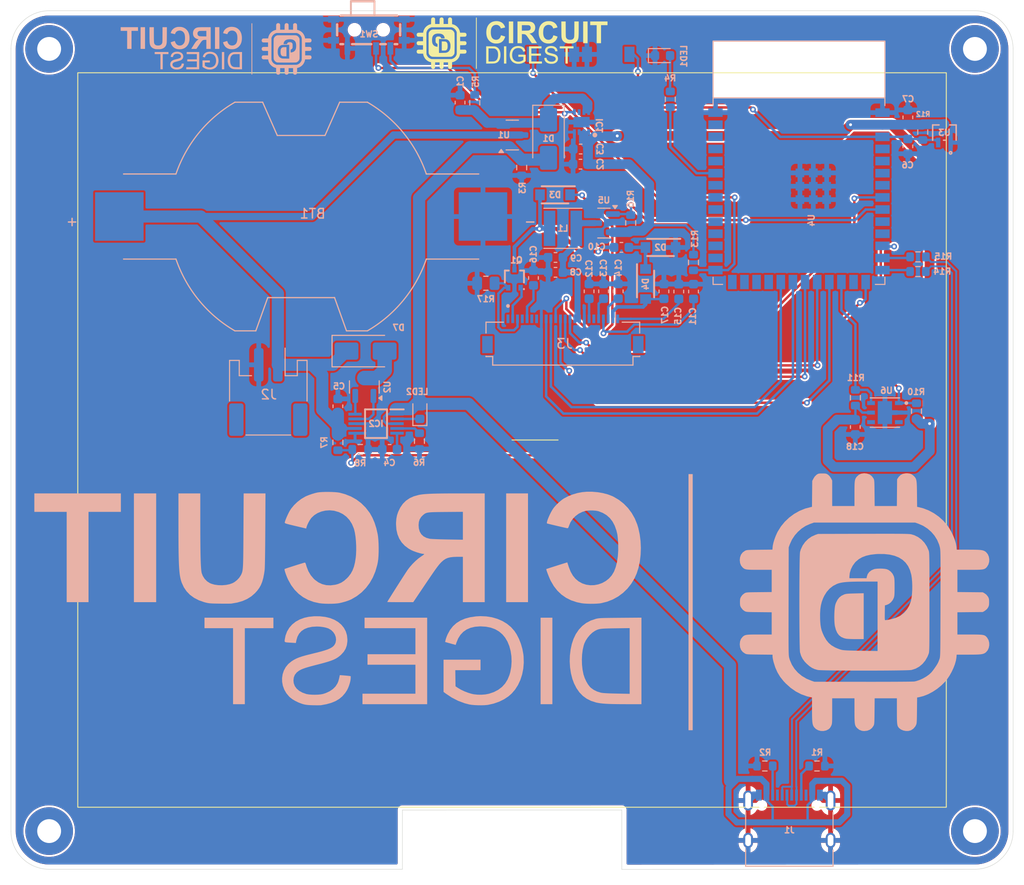
<source format=kicad_pcb>
(kicad_pcb (version 20241229) (generator "pcbnew") (generator_version "9.0")
  (layers (0 "F.Cu" signal) (2 "B.Cu" signal) (13 "F.Paste" user) (15 "B.Paste" user) (5 "F.SilkS" user "F.Silkscreen") (7 "B.SilkS" user "B.Silkscreen") (1 "F.Mask" user) (3 "B.Mask" user) (25 "Edge.Cuts" user))
  (net 0 "")
  (net 1 "GND")
  (net 2 "/EN")
  (net 3 "/IO0")
  (net 4 "+BATT")
  (net 5 "VCC")
  (net 6 "+3V3")
  (net 7 "Net-(IC2-CT)")
  (net 8 "Net-(U5-D)")
  (net 9 "Net-(D3-A)")
  (net 10 "Net-(D2-A)")
  (net 11 "Net-(D3-K)")
  (net 12 "Net-(C12-Pad2)")
  (net 13 "Net-(C13-Pad2)")
  (net 14 "Net-(C14-Pad2)")
  (net 15 "Net-(C15-Pad2)")
  (net 16 "Net-(C16-Pad2)")
  (net 17 "Net-(D4-A)")
  (net 18 "VBUS")
  (net 19 "LDO_EN")
  (net 21 "Net-(IC2-~{CHG})")
  (net 22 "Net-(IC2-CS)")
  (net 23 "Net-(IC2-DRV)")
  (net 24 "Net-(IC2-ISET)")
  (net 25 "/IO8{slash}SDA")
  (net 26 "/IO9{slash}SCL")
  (net 27 "/USB_D+")
  (net 29 "/USB_D-")
  (net 31 "Net-(J1-CC2)")
  (net 32 "Net-(J1-CC1)")
  (net 33 "/RST")
  (net 37 "Net-(Q1-G)")
  (net 38 "/BUSY")
  (net 39 "Net-(Q1-S)")
  (net 42 "/MOSI")
  (net 43 "/CS")
  (net 44 "/DC")
  (net 45 "/SCK")
  (net 46 "Net-(LED1-A)")
  (net 47 "Net-(SW1-C)")
  (net 48 "/IO3")
  (net 49 "/IO7")
  (net 50 "Net-(U4-GPIO20{slash}U1CTS{slash}ADC2_CH9{slash}CLK_OUT1{slash}USB_D+)")
  (net 51 "Net-(U4-GPIO19{slash}U1RTS{slash}ADC2_CH8{slash}CLK_OUT2{slash}USB_D-)")
  (net 52 "/DSP_ON")
  (net 60 "Net-(U4-MTMS{slash}GPIO42)")
  (net 75 "Net-(D7-A)")
  (footprint "F34G_1A7Q1_E8C24:AMPHENOL_F34G-1A7Q1-E8C24" (layer "F.Cu") (at 52.5 45)
    (property "Reference" "J3")
    (property "Value" "F34G-1A7Q1-E8C24")
  )
  (footprint "MountingHole:MountingHole_2.5mm_Pad" (layer "F.Cu") (at 4 86)
    (property "Reference" "H4" (hide yes))
    (property "Value" "MountingHole")
  )
  (footprint "MountingHole:MountingHole_2.5mm_Pad" (layer "F.Cu") (at 4 4)
    (property "Reference" "H1" (hide yes))
    (property "Value" "MountingHole")
  )
  (footprint "LOGO" (layer "F.Cu") (at 52.5 3.401)
    (property "Reference" "G***" (hide yes))
    (property "Value" "LOGO" (hide yes))
  )
  (footprint "MountingHole:MountingHole_2.5mm_Pad" (layer "F.Cu") (at 101 4)
    (property "Reference" "H2" (hide yes))
    (property "Value" "MountingHole")
  )
  (footprint "MountingHole:MountingHole_2.5mm_Pad" (layer "F.Cu") (at 101 86)
    (property "Reference" "H3" (hide yes))
    (property "Value" "MountingHole")
  )
  (footprint "Capacitor_SMD:C_0603_1608Metric" (layer "B.Cu") (at 59.690001 14.498499 180)
    (property "Reference" "C3")
    (property "Value" "1uF")
  )
  (footprint "Capacitor_SMD:C_0603_1608Metric" (layer "B.Cu") (at 57.054 27.423 180)
    (property "Reference" "C8")
    (property "Value" "4.7uF/25V")
  )
  (footprint "LOGO" (layer "B.Cu") (at 52.5 62 180)
    (property "Reference" "G***" (hide yes))
    (property "Value" "LOGO" (hide yes))
  )
  (footprint "Resistor_SMD:R_0603_1608Metric" (layer "B.Cu") (at 84.452 79.174 180)
    (property "Reference" "R1")
    (property "Value" "5K1")
  )
  (footprint "MAX1898EUB42:SOP50P490X110-10N" (layer "B.Cu") (at 38.25 43.29 180)
    (property "Reference" "IC2")
    (property "Value" "MAX1898EUB42+T" (hide yes))
  )
  (footprint "Capacitor_SMD:C_0603_1608Metric" (layer "B.Cu") (at 57.054 25.865 180)
    (property "Reference" "C9")
    (property "Value" "0.1uF")
  )
  (footprint "Diode_SMD:D_SMA" (layer "B.Cu") (at 56.32 13.4195 -90)
    (property "Reference" "D1")
    (property "Value" "SS14")
  )
  (footprint "Resistor_SMD:R_0603_1608Metric" (layer "B.Cu") (at 53.511 16.439 -90)
    (property "Reference" "R3")
    (property "Value" "100K")
  )
  (footprint "Capacitor_SMD:C_0603_1608Metric" (layer "B.Cu") (at 93.971849 11.176 90)
    (property "Reference" "C7")
    (property "Value" "0.1uF")
  )
  (footprint "Resistor_SMD:R_0603_1608Metric" (layer "B.Cu") (at 64.933 22.245 -90)
    (property "Reference" "R16")
    (property "Value" "47K")
  )
  (footprint "LOGO" (layer "B.Cu") (at 21.5 4 180)
    (property "Reference" "G***" (hide yes))
    (property "Value" "LOGO" (hide yes))
  )
  (footprint "3x4x2:Tactile 3x4x2mm TS-A010" (layer "B.Cu") (at 62.574 4.57 180)
    (property "Reference" "BOOT1" (hide yes))
    (property "Value" "RESET")
  )
  (footprint "Resistor_SMD:R_0603_1608Metric" (layer "B.Cu") (at 95.033848 25.803 180)
    (property "Reference" "R15")
    (property "Value" "33R")
  )
  (footprint "Capacitor_SMD:C_0603_1608Metric" (layer "B.Cu") (at 34.252 41.4635 90)
    (property "Reference" "C5")
    (property "Value" "10uF")
  )
  (footprint "Capacitor_SMD:C_0603_1608Metric" (layer "B.Cu") (at 47.053 9.626 90)
    (property "Reference" "C1")
    (property "Value" "10uF")
  )
  (footprint "Connector_USB:USB_C_Receptacle_XKB_U262-16XN-4BVC11" (layer "B.Cu") (at 81.554 85.899 180)
    (property "Reference" "J1")
    (property "Value" "USB_C_Receptacle_USB2.0")
  )
  (footprint "Package_TO_SOT_SMD:SOT-23" (layer "B.Cu") (at 37.0255 39.444 90)
    (property "Reference" "U2")
    (property "Value" "AO3401A")
  )
  (footprint "3x4x2:Tactile 3x4x2mm TS-A010" (layer "B.Cu") (at 56.783 4.572)
    (property "Reference" "BOOT2" (hide yes))
    (property "Value" "UBOOT")
  )
  (footprint "Capacitor_SMD:C_0603_1608Metric" (layer "B.Cu") (at 93.971848 14.215 -90)
    (property "Reference" "C6")
    (property "Value" "0.1uF")
  )
  (footprint "Connector_JST:JST_PH_S2B-PH-SM4-TB_1x02-1MP_P2.00mm_Horizontal" (layer "B.Cu") (at 26.962 39.967 180)
    (property "Reference" "J2")
    (property "Value" "B2B-PH-SM4-TB(LF)(SN)")
  )
  (footprint "Resistor_SMD:R_0603_1608Metric" (layer "B.Cu") (at 36.592 45.993)
    (property "Reference" "R8")
    (property "Value" "100K")
  )
  (footprint "Package_TO_SOT_SMD:SOT-23" (layer "B.Cu") (at 62.1275 22.262 180)
    (property "Reference" "U5")
    (property "Value" "AO3401A")
  )
  (footprint "Package_TO_SOT_SMD:SOT-23" (layer "B.Cu") (at 52.526501 13.028499)
    (property "Reference" "U1")
    (property "Value" "AO3401A")
  )
  (footprint "Capacitor_SMD:C_0603_1608Metric" (layer "B.Cu") (at 88.467 43.64 -90)
    (property "Reference" "C18")
    (property "Value" "0.1uF")
  )
  (footprint "Espressif:ESP32-S3-WROOM-1" (layer "B.Cu") (at 82.565 18.938 180)
    (property "Reference" "U4")
    (property "Value" "ESP32-S3-WROOM-1")
  )
  (footprint "Capacitor_SMD:C_0603_1608Metric" (layer "B.Cu") (at 68.414 29.421 90)
    (property "Reference" "C17")
    (property "Value" "4.7uF/25V")
  )
  (footprint "Capacitor_SMD:C_0603_1608Metric" (layer "B.Cu") (at 63.623 29.408 -90)
    (property "Reference" "C14")
    (property "Value" "4.7uF/25V")
  )
  (footprint "Capacitor_SMD:C_0603_1608Metric" (layer "B.Cu") (at 69.97 29.437 -90)
    (property "Reference" "C15")
    (property "Value" "4.7uF/25V")
  )
  (footprint "Inductor_SMD:L_Taiyo-Yuden_MD-4040" (layer "B.Cu") (at 57.83 22.81 180)
    (property "Reference" "L1")
    (property "Value" "10uH")
  )
  (footprint "SMD_Slide_switch:slide switch spdt" (layer "B.Cu") (at 37.5 2.425)
    (property "Reference" "SW1")
    (property "Value" "SLW-66527511-SMT-TR" (hide yes))
  )
  (footprint "Resistor_SMD:R_0603_1608Metric" (layer "B.Cu") (at 34.253 45.247 -90)
    (property "Reference" "R7")
    (property "Value" "100K")
  )
  (footprint "Capacitor_SMD:C_0603_1608Metric" (layer "B.Cu") (at 62.092 29.412 -90)
    (property "Reference" "C13")
    (property "Value" "4.7uF/25V")
  )
  (footprint "SS2040FL_R1_00001:SODFL3618X110N" (layer "B.Cu") (at 66.489 28.647 -90)
    (property "Reference" "D4")
    (property "Value" "SS2040FL" (hide yes))
  )
  (footprint "Resistor_SMD:R_0805_2012Metric" (layer "B.Cu") (at 49.757 28.569)
    (property "Reference" "R17")
    (property "Value" "0.47R")
  )
  (footprint "Capacitor_SMD:C_0603_1608Metric" (layer "B.Cu") (at 54.745 28.011 -90)
    (property "Reference" "C16")
    (property "Value" "4.7uF/25V")
  )
  (footprint "Resistor_SMD:R_0603_1608Metric" (layer "B.Cu") (at 78.989 79.174)
    (property "Reference" "R2")
    (property "Value" "5K1")
  )
  (footprint "Resistor_SMD:R_0603_1608Metric" (layer "B.Cu") (at 95.027849 27.341 180)
    (property "Reference" "R14")
    (property "Value" "33R")
  )
  (footprint "Resistor_SMD:R_0603_1608Metric" (layer "B.Cu") (at 71.512 26.387 -90)
    (property "Reference" "R13")
    (property "Value" "10K")
  )
  (footprint "Capacitor_SMD:C_0603_1608Metric" (layer "B.Cu") (at 60.574 29.415 -90)
    (property "Reference" "C12")
    (property "Value" "1uF/25V")
  )
  (footprint "LED_SMD:LED_0603_1608Metric" (layer "B.Cu") (at 42.844 42.002 90)
    (property "Reference" "LED2")
    (property "Value" "LED Blue")
  )
  (footprint "BU2450SM_JJ_GTR:BAT_BU2450SM-JJ-G" (layer "B.Cu") (at 30.404 21.573 180)
    (property "Reference" "BT1")
    (property "Value" "BU2450SM-JJ-G")
  )
  (footprint "Resistor_SMD:R_0603_1608Metric" (layer "B.Cu") (at 95.531848 12.72 -90)
    (property "Reference" "R12")
    (property "Value" "10K")
  )
  (footprint "Diode_SMD:D_SMA" (layer "B.Cu") (at 37.1525 35.68)
    (property "Reference" "D7")
    (property "Value" "SS14")
  )
  (footprint "Capacitor_SMD:C_0603_1608Metric" (layer "B.Cu") (at 59.671001 16.086499 180)
    (property "Reference" "C2")
    (property "Value" "10uF")
  )
  (footprint "Resistor_SMD:R_0603_1608Metric" (layer "B.Cu") (at 94.877 41.978 -90)
    (property "Reference" "R10")
    (property "Value" "10K")
  )
  (footprint "Resistor_SMD:R_0603_1608Metric" (layer "B.Cu") (at 42.799 45.116 -90)
    (property "Reference" "R6")
    (property "Value" "2.7K")
  )
  (footprint "SS2040FL_R1_00001:SODFL3618X110N" (layer "B.Cu") (at 68.058 24.813 180)
    (property "Reference" "D2")
    (property "Value" "SS2040FL" (hide yes))
  )
  (footprint "Capacitor_SMD:C_0603_1608Metric" (layer "B.Cu") (at 63.963 24.805)
    (property "Reference" "C10")
    (property "Value" "4.7uF/25V")
  )
  (footprint "Resistor_SMD:R_0603_1608Metric" (layer "B.Cu") (at 48.595 9.643 90)
    (property "Reference" "R5")
    (property "Value" "100K")
  )
  (footprint "HPP845E031R4:SON100P300X300X90-7N" (layer "B.Cu") (at 91.568 42.126 180)
    (property "Reference" "U6")
    (property "Value" "HPP845E031R4")
  )
  (footprint "Resistor_SMD:R_0603_1608Metric" (layer "B.Cu") (at 88.476 40.569 90)
    (property "Reference" "R11")
    (property "Value" "10K")
  )
  (footprint "RTF025N03TL:RTF025N03TL" (layer "B.Cu") (at 52.751 28.087 180)
    (property "Reference" "Q1")
    (property "Value" "RTF025N03TL" (hide yes))
  )
  (footprint "Capacitor_SMD:C_0603_1608Metric" (layer "B.Cu") (at 71.516 29.436 90)
    (property "Reference" "C11")
    (property "Value" "4.7uF/25V")
  )
  (footprint "ADM803SAKSZ:KS_3_ADI" (layer "B.Cu") (at 97.800849 12.772 180)
    (property "Reference" "U3")
    (property "Value" "ADM803SAKSZ")
  )
  (footprint "LED_SMD:LED_0603_1608Metric" (layer "B.Cu") (at 68.272 4.7)
    (property "Reference" "LED1")
    (property "Value" "LED Red")
  )
  (footprint "SS2040FL_R1_00001:SODFL3618X110N" (layer "B.Cu") (at 57.005 19.298 180)
    (property "Reference" "D3")
    (property "Value" "SS2040FL" (hide yes))
  )
  (footprint "Resistor_SMD:R_0603_1608Metric" (layer "B.Cu") (at 69.082 9.287 90)
    (property "Reference" "R4")
    (property "Value" "1K")
  )
  (footprint "Capacitor_SMD:C_0603_1608Metric" (layer "B.Cu") (at 39.674 45.987 180)
    (property "Reference" "C4")
    (property "Value" "100nF")
  )
  (footprint "ADP124ACPZ-3.3-R7:SON50P200X200X65-9N-D" (layer "B.Cu") (at 59.781001 11.675499 90)
    (property "Reference" "IC1")
    (property "Value" "ADP124ACPZ-3.3-R7" (hide yes))
  )
  (gr_arc (start 4 90) (mid 1.172633 88.829486) (end 0.000001 86.002996) (stroke (width 0.05)) (layer "Edge.Cuts"))
  (gr_line (start 0 4) (end 0.000001 86.002996) (stroke (width 0.05)) (layer "Edge.Cuts"))
  (gr_line (start 101.002996 90) (end 64.003 90.017) (stroke (width 0.05)) (layer "Edge.Cuts"))
  (gr_line (start 64.003 90.017) (end 64.004 83.792) (stroke (width 0.05)) (layer "Edge.Cuts"))
  (gr_line (start 64.004 83.792) (end 41.016 83.795) (stroke (width 0.05)) (layer "Edge.Cuts"))
  (gr_arc (start 0 4) (mid 1.170514 1.172633) (end 3.997004 0.000001) (stroke (width 0.05)) (layer "Edge.Cuts"))
  (gr_line (start 41.016 83.795) (end 41.016 90) (stroke (width 0.05)) (layer "Edge.Cuts"))
  (gr_arc (start 105 86.000001) (mid 103.829486 88.827368) (end 101.002996 90) (stroke (width 0.05)) (layer "Edge.Cuts"))
  (gr_line (start 101 0) (end 3.997004 0.000001) (stroke (width 0.05)) (layer "Edge.Cuts"))
  (gr_line (start 105 86.000001) (end 104.999999 3.997005) (stroke (width 0.05)) (layer "Edge.Cuts"))
  (gr_line (start 4 90) (end 41.016 90) (stroke (width 0.05)) (layer "Edge.Cuts"))
  (gr_arc (start 101 0) (mid 103.827368 1.170514) (end 104.999999 3.997005) (stroke (width 0.05)) (layer "Edge.Cuts"))
  (segment (start 85.309 82.229) (end 85.874 82.794) (width 0.7) (layer "B.Cu") (net 1))
  (segment (start 78.204 82.229) (end 77.799 82.229) (width 0.762) (layer "B.Cu") (net 1))
  (segment (start 84.904 82.229) (end 85.309 82.229) (width 0.7) (layer "B.Cu") (net 1))
  (segment (start 77.799 82.229) (end 77.234 82.794) (width 0.762) (layer "B.Cu") (net 1))
  (segment (start 77.7415 10.3505) (end 77.529 10.138) (width 0.254) (layer "F.Cu") (net 2))
  (segment (start 66.895 10.138) (end 65.697 8.94) (width 0.254) (layer "F.Cu") (net 2))
  (segment (start 65.697 8.94) (end 65.697 6.368) (width 0.254) (layer "F.Cu") (net 2))
  (segment (start 77.529 10.138) (end 66.895 10.138) (width 0.254) (layer "F.Cu") (net 2))
  (via (at 65.697 6.368) (size 0.6) (drill 0.3) (layers "F.Cu" "B.Cu") (net 2))
  (via (at 77.7415 10.3505) (size 0.6) (drill 0.3) (layers "F.Cu" "B.Cu") (net 2))
  (segment (start 65.557 4.885) (end 65.697 5.025) (width 0.254) (layer "B.Cu") (net 2))
  (segment (start 80.609 13.218) (end 91.315 13.218) (width 0.254) (layer "B.Cu") (net 2))
  (segment (start 77.7415 10.3505) (end 80.609 13.218) (width 0.254) (layer "B.Cu") (net 2))
  (segment (start 96.88005 13.545) (end 97.15085 13.8158) (width 0.254) (layer "B.Cu") (net 2))
  (segment (start 93.749848 13.218) (end 93.971848 13.44) (width 0.254) (layer "B.Cu") (net 2))
  (segment (start 95.426848 13.44) (end 95.531848 13.545) (width 0.254) (layer "B.Cu") (net 2))
  (segment (start 64.799001 4.57) (end 65.242 4.57) (width 0.254) (layer "B.Cu") (net 2))
  (segment (start 65.697 5.025) (end 65.697 6.368) (width 0.254) (layer "B.Cu") (net 2))
  (segment (start 95.531848 13.545) (end 96.88005 13.545) (width 0.254) (layer "B.Cu") (net 2))
  (segment (start 91.315 13.218) (end 93.749848 13.218) (width 0.254) (layer "B.Cu") (net 2))
  (segment (start 65.242 4.57) (end 65.557 4.885) (width 0.254) (layer "B.Cu") (net 2))
  (segment (start 93.971848 13.44) (end 95.426848 13.44) (width 0.254) (layer "B.Cu") (net 2))
  (segment (start 67.72 19.562) (end 54.705 6.547) (width 0.254) (layer "F.Cu") (net 3))
  (segment (start 75.832 19.562) (end 67.72 19.562) (width 0.254) (layer "F.Cu") (net 3))
  (via (at 75.832 19.562) (size 0.6) (drill 0.3) (layers "F.Cu" "B.Cu") (net 3))
  (via (at 54.705 6.547) (size 0.6) (drill 0.3) (layers "F.Cu" "B.Cu") (net 3))
  (segment (start 54.705 4.719001) (end 54.557999 4.572) (width 0.254) (layer "B.Cu") (net 3))
  (segment (start 73.815 27.188) (end 71.536 27.188) (width 0.254) (layer "B.Cu") (net 3))
  (segment (start 75.795 19.599) (end 75.832 19.562) (width 0.254) (layer "B.Cu") (net 3))
  (segment (start 54.705 6.547) (end 54.705 4.719001) (width 0.254) (layer "B.Cu") (net 3))
  (segment (start 75.795 26.522) (end 75.795 19.599) (width 0.254) (layer "B.Cu") (net 3))
  (segment (start 73.815 27.188) (end 75.129 27.188) (width 0.254) (layer "B.Cu") (net 3))
  (segment (start 71.536 27.188) (end 71.512 27.212) (width 0.254) (layer "B.Cu") (net 3))
  (segment (start 75.129 27.188) (end 75.795 26.522) (width 0.254) (layer "B.Cu") (net 3))
  (segment (start 19.881 21.573) (end 18.62 21.573) (width 1.27) (layer "B.Cu") (net 4))
  (segment (start 34.253 43.174) (end 34.252 43.173) (width 1.27) (layer "B.Cu") (net 4))
  (segment (start 33.7155 37.117) (end 35.1525 35.68) (width 1.27) (layer "B.Cu") (net 4))
  (segment (start 40.088501 13.028499) (end 31.544 21.573) (width 0.762) (layer "B.Cu") (net 4))
  (segment (start 31.537 37.117) (end 32.62 38.2) (width 1.27) (layer "B.Cu") (net 4))
  (segment (start 34.252 43.173) (end 34.252 42.2385) (width 1.27) (layer "B.Cu") (net 4))
  (segment (start 27.962 37.117) (end 31.537 37.117) (width 1.27) (layer "B.Cu") (net 4))
  (segment (start 18.62 21.573) (end 11.354 21.573) (width 1.27) (layer "B.Cu") (net 4))
  (segment (start 27.962 29.654) (end 19.881 21.573) (width 1.27) (layer "B.Cu") (net 4))
  (segment (start 31.544 21.573) (end 18.62 21.573) (width 0.762) (layer "B.Cu") (net 4))
  (segment (start 32.62 38.2) (end 32.62 41.82) (width 1.27) (layer "B.Cu") (net 4))
  (segment (start 33.974 43.174) (end 34.253 43.174) (width 1.27) (layer "B.Cu") (net 4))
  (segment (start 32.62 41.82) (end 33.974 43.174) (width 1.27) (layer "B.Cu") (net 4))
  (segment (start 34.253 43.174) (end 34.253 44.422) (width 1.27) (layer "B.Cu") (net 4))
  (segment (start 27.962 37.117) (end 33.7155 37.117) (width 1.27) (layer "B.Cu") (net 4))
  (segment (start 27.962 37.117) (end 27.962 29.654) (width 1.27) (layer "B.Cu") (net 4))
  (segment (start 53.464002 13.028499) (end 40.088501 13.028499) (width 0.762) (layer "B.Cu") (net 4))
  (segment (start 49.882 11.755) (end 48.595 10.468) (width 1.016) (layer "B.Cu") (net 5))
  (segment (start 50.986 11.755) (end 55.984499 11.755) (width 1.016) (layer "B.Cu") (net 5))
  (segment (start 60.275 10.625499) (end 60.531001 10.625499) (width 0.254) (layer "B.Cu") (net 5))
  (segment (start 56.32 11.419499) (end 56.32 9.812) (width 1.016) (layer "B.Cu") (net 5))
  (segment (start 56.935 9.197) (end 59.869 9.197) (width 1.016) (layer "B.Cu") (net 5))
  (segment (start 48.528 10.401) (end 48.595 10.468) (width 1.016) (layer "B.Cu") (net 5))
  (segment (start 55.984499 11.755) (end 56.32 11.419499) (width 1.016) (layer "B.Cu") (net 5))
  (segment (start 56.32 9.812) (end 56.935 9.197) (width 1.016) (layer "B.Cu") (net 5))
  (segment (start 60.407 9.735) (end 60.407 10.252) (width 1.016) (layer "B.Cu") (net 5))
  (segment (start 50.986 11.755) (end 49.882 11.755) (width 1.016) (layer "B.Cu") (net 5))
  (segment (start 47.053 10.401) (end 48.528 10.401) (width 1.016) (layer "B.Cu") (net 5))
  (segment (start 60.031001 10.625499) (end 60.275 10.625499) (width 0.254) (layer "B.Cu") (net 5))
  (segment (start 59.869 9.197) (end 60.407 9.735) (width 1.016) (layer "B.Cu") (net 5))
  (segment (start 50.986 11.755) (end 51.265502 11.755) (width 0.254) (layer "B.Cu") (net 5))
  (segment (start 51.265502 11.755) (end 51.589001 12.078499) (width 0.254) (layer "B.Cu") (net 5))
  (segment (start 96.248 43.282) (end 96.248 15.928) (width 1.016) (layer "F.Cu") (net 6))
  (segment (start 96.248 15.928) (end 92.268 11.948) (width 1.016) (layer "F.Cu") (net 6))
  (segment (start 87.968 11.948) (end 87.968 11.98) (width 1.016) (layer "F.Cu") (net 6))
  (segment (start 92.268 11.948) (end 87.968 11.948) (width 1.016) (layer "F.Cu") (net 6))
  (segment (start 87.968 11.98) (end 86.826 13.122) (width 1.016) (layer "F.Cu") (net 6))
  (segment (start 86.826 13.122) (end 63.523 13.122) (width 1.016) (layer "F.Cu") (net 6))
  (via (at 63.523 13.122) (size 0.6) (drill 0.3) (layers "F.Cu" "B.Cu") (net 6))
  (via (at 96.248 43.282) (size 0.6) (drill 0.3) (layers "F.Cu" "B.Cu") (net 6))
  (via (at 87.968 11.948) (size 0.6) (drill 0.3) (layers "F.Cu" "B.Cu") (net 6))
  (segment (start 60.465001 14.099001) (end 60.172 13.806) (width 1.016) (layer "B.Cu") (net 6))
  (segment (start 60.531001 12.725499) (end 60.031001 12.725499) (width 0.254) (layer "B.Cu") (net 6))
  (segment (start 88.476 42.856) (end 88.467 42.865) (width 0.254) (layer "B.Cu") (net 6))
  (segment (start 60.465001 14.498499) (end 60.465001 14.099001) (width 1.016) (layer "B.Cu") (net 6))
  (segment (start 60.465001 16.067499) (end 60.446001 16.086499) (width 1.016) (layer "B.Cu") (net 6))
  (segment (start 60.031001 12.725499) (end 60.031001 13.032999) (width 0.254) (layer "B.Cu") (net 6))
  (segment (start 70.687 22.492) (end 66.993 22.492) (width 0.254) (layer "B.Cu") (net 6))
  (segment (start 60.031001 13.032999) (end 60.019 13.045) (width 0.254) (layer "B.Cu") (net 6))
  (segment (start 97.780099 11.895) (end 97.800849 11.87425) (width 1.016) (layer "B.Cu") (net 6))
  (segment (start 95.478848 11.948) (end 95.531848 11.895) (width 1.016) (layer "B.Cu") (net 6))
  (segment (start 87.968 11.948) (end 91.315 11.948) (width 1.016) (layer "B.Cu") (net 6))
  (segment (start 85.575 43.848) (end 86.558 42.865) (width 1.016) (layer "B.Cu") (net 6))
  (segment (start 94.602 47.828) (end 86.22 47.828) (width 1.016) (layer "B.Cu") (net 6))
  (segment (start 66.175 23.07) (end 64.933 23.07) (width 1.016) (layer "B.Cu") (net 6))
  (segment (start 96.2355 43.2945) (end 95.3685 43.2945) (width 1.016) (layer "B.Cu") (net 6))
  (segment (start 95.3685 43.2945) (end 94.877 42.803) (width 1.016) (layer "B.Cu") (net 6))
  (segment (start 95.531848 11.895) (end 97.780099 11.895) (width 1.016) (layer "B.Cu") (net 6))
  (segment (start 64.749499 16.086499) (end 66.873 18.21) (width 1.016) (layer "B.Cu") (net 6))
  (segment (start 60.172 13.806) (end 60.019 13.653) (width 1.016) (layer "B.Cu") (net 6))
  (segment (start 59.531001 12.725499) (end 60.031001 12.725499) (width 0.254) (layer "B.Cu") (net 6))
  (segment (start 60.446001 16.086499) (end 64.749499 16.086499) (width 1.016) (layer "B.Cu") (net 6))
  (segment (start 96.27 46.16) (end 94.602 47.828) (width 1.016) (layer "B.Cu") (net 6))
  (segment (start 60.019 13.653) (end 60.019 13.045) (width 1.016) (layer "B.Cu") (net 6))
  (segment (start 95.552598 11.87425) (end 95.531848 11.895) (width 0.254) (layer "B.Cu") (net 6))
  (segment (start 64.791 23.212) (end 63.065 23.212) (width 1.016) (layer "B.Cu") (net 6))
  (segment (start 86.558 42.865) (end 88.467 42.865) (width 1.016) (layer "B.Cu") (net 6))
  (segment (start 91.315 11.948) (end 95.478848 11.948) (width 1.016) (layer "B.Cu") (net 6))
  (segment (start 61.206 13.155) (end 63.49 13.155) (width 1.016) (layer "B.Cu") (net 6))
  (segment (start 90.113 42.126) (end 89.208 42.126) (width 0.254) (layer "B.Cu") (net 6))
  (segment (start 63.49 13.155) (end 63.523 13.122) (width 1.016) (layer "B.Cu") (net 6))
  (segment (start 60.465001 13.895999) (end 61.206 13.155) (width 1.016) (layer "B.Cu") (net 6))
  (segment (start 60.465001 14.498499) (end 60.465001 16.067499) (width 1.016) (layer "B.Cu") (net 6))
  (segment (start 86.22 47.828) (end 85.575 47.183) (width 1.016) (layer "B.Cu") (net 6))
  (segment (start 71.512 23.317) (end 70.687 22.492) (width 0.254) (layer "B.Cu") (net 6))
  (segment (start 88.476 41.394) (end 88.476 42.856) (width 0.254) (layer "B.Cu") (net 6))
  (segment (start 71.512 25.562) (end 71.512 23.317) (width 0.254) (layer "B.Cu") (net 6))
  (segment (start 60.465001 14.498499) (end 60.465001 13.895999) (width 1.016) (layer "B.Cu") (net 6))
  (segment (start 89.208 42.126) (end 88.476 41.394) (width 0.254) (layer "B.Cu") (net 6))
  (segment (start 66.873 22.372) (end 66.175 23.07) (width 1.016) (layer "B.Cu") (net 6))
  (segment (start 66.993 22.492) (end 66.873 22.372) (width 0.254) (layer "B.Cu") (net 6))
  (segment (start 96.27 43.304) (end 96.27 46.16) (width 1.016) (layer "B.Cu") (net 6))
  (segment (start 96.248 43.282) (end 96.2355 43.2945) (width 1.016) (layer "B.Cu") (net 6))
  (segment (start 66.873 18.21) (end 66.873 22.372) (width 1.016) (layer "B.Cu") (net 6))
  (segment (start 96.248 43.282) (end 96.27 43.304) (width 1.016) (layer "B.Cu") (net 6))
  (segment (start 85.575 47.183) (end 85.575 43.848) (width 1.016) (layer "B.Cu") (net 6))
  (segment (start 64.933 23.07) (end 64.791 23.212) (width 1.016) (layer "B.Cu") (net 6))
  (segment (start 40.45 45.986) (end 40.449 45.987) (width 0.254) (layer "B.Cu") (net 7))
  (segment (start 40.45 44.29) (end 40.45 45.986) (width 0.254) (layer "B.Cu") (net 7))
  (segment (start 59.23 24.425) (end 59.23 22.81) (width 0.635) (layer "B.Cu") (net 8))
  (segment (start 59.778 22.262) (end 59.23 22.81) (width 0.635) (layer "B.Cu") (net 8))
  (segment (start 59.054 27.423) (end 59.363 27.732) (width 0.635) (layer "B.Cu") (net 8))
  (segment (start 59.403 32.298) (end 59.363 32.338) (width 0.254) (layer "B.Cu") (net 8))
  (segment (start 59.072 32.298) (end 59.323 32.298) (width 0.254) (layer "B.Cu") (net 8))
  (segment (start 57.829 25.826) (end 59.23 24.425) (width 0.635) (layer "B.Cu") (net 8))
  (segment (start 57.829 25.865) (end 57.829 25.826) (width 0.635) (layer "B.Cu") (net 8))
  (segment (start 57.829 27.423) (end 59.054 27.423) (width 0.635) (layer "B.Cu") (net 8))
  (segment (start 59.572 32.298) (end 59.403 32.298) (width 0.254) (layer "B.Cu") (net 8))
  (segment (start 57.829 27.423) (end 57.829 25.865) (width 0.635) (layer "B.Cu") (net 8))
  (segment (start 61.19 22.262) (end 59.778 22.262) (width 0.635) (layer "B.Cu") (net 8))
  (segment (start 59.323 32.298) (end 59.363 32.338) (width 0.254) (layer "B.Cu") (net 8))
  (segment (start 59.363 27.732) (end 59.363 32.338) (width 0.635) (layer "B.Cu") (net 8))
  (segment (start 57.152 22.858) (end 55.375 22.858) (width 0.381) (layer "F.Cu") (net 9))
  (segment (start 61.535 25.254) (end 59.548 25.254) (width 0.381) (layer "F.Cu") (net 9))
  (segment (start 59.548 25.254) (end 57.152 22.858) (width 0.381) (layer "F.Cu") (net 9))
  (via (at 61.535 25.254) (size 0.6) (drill 0.3) (layers "F.Cu" "B.Cu") (net 9))
  (via (at 55.375 22.858) (size 0.6) (drill 0.3) (layers "F.Cu" "B.Cu") (net 9))
  (segment (start 56.382 22.858) (end 56.43 22.81) (width 0.381) (layer "B.Cu") (net 9))
  (segment (start 52.751 24.756) (end 52.751 27.137001) (width 0.381) (layer "B.Cu") (net 9))
  (segment (start 61.535 25.254) (end 61.984 24.805) (width 0.381) (layer "B.Cu") (net 9))
  (segment (start 61.984 24.805) (end 63.188 24.805) (width 0.381) (layer "B.Cu") (net 9))
  (segment (start 54.649 22.858) (end 52.751 24.756) (width 0.381) (layer "B.Cu") (net 9))
  (segment (start 55.375 22.858) (end 54.649 22.858) (width 0.381) (layer "B.Cu") (net 9))
  (segment (start 56.43 22.81) (end 55.767 22.81) (width 0.381) (layer "B.Cu") (net 9))
  (segment (start 55.43 22.473) (end 55.43 19.298) (width 0.381) (layer "B.Cu") (net 9))
  (segment (start 55.375 22.858) (end 56.382 22.858) (width 0.381) (layer "B.Cu") (net 9))
  (segment (start 55.767 22.81) (end 55.43 22.473) (width 0.381) (layer "B.Cu") (net 9))
  (segment (start 64.738 24.805) (end 66.475 24.805) (width 0.381) (layer "B.Cu") (net 10))
  (segment (start 66.489 27.072) (end 66.489 24.819) (width 0.381) (layer "B.Cu") (net 10))
  (segment (start 66.475 24.805) (end 66.483 24.813) (width 0.381) (layer "B.Cu") (net 10))
  (segment (start 66.489 24.819) (end 66.483 24.813) (width 0.381) (layer "B.Cu") (net 10))
  (segment (start 59.84 19.442) (end 59.84 19.34) (width 0.254) (layer "F.Cu") (net 11))
  (segment (start 63.011 32.889) (end 63.011 22.613) (width 0.254) (layer "F.Cu") (net 11))
  (segment (start 62.08 33.82) (end 63.011 32.889) (width 0.254) (layer "F.Cu") (net 11))
  (segment (start 63.011 22.613) (end 59.84 19.442) (width 0.254) (layer "F.Cu") (net 11))
  (via (at 59.84 19.34) (size 0.6) (drill 0.3) (layers "F.Cu" "B.Cu") (net 11))
  (via (at 62.08 33.82) (size 0.6) (drill 0.3) (layers "F.Cu" "B.Cu") (net 11))
  (segment (start 64.552 33.645) (end 65.304 32.893) (width 0.254) (layer "B.Cu") (net 11))
  (segment (start 62.08 33.505) (end 62.072 33.497) (width 0.254) (layer "B.Cu") (net 11))
  (segment (start 58.58 19.298) (end 59.798 19.298) (width 0.254) (layer "B.Cu") (net 11))
  (segment (start 71.516 31.238) (end 71.516 30.211) (width 0.254) (layer "B.Cu") (net 11))
  (segment (start 69.861 32.893) (end 71.516 31.238) (width 0.254) (layer "B.Cu") (net 11))
  (segment (start 62.08 33.82) (end 62.08 33.505) (width 0.254) (layer "B.Cu") (net 11))
  (segment (start 65.304 32.893) (end 69.861 32.893) (width 0.254) (layer "B.Cu") (net 11))
  (segment (start 62.08 33.82) (end 62.255 33.645) (width 0.254) (layer "B.Cu") (net 11))
  (segment (start 62.072 33.497) (end 62.072 32.298) (width 0.254) (layer "B.Cu") (net 11))
  (segment (start 62.255 33.645) (end 64.552 33.645) (width 0.254) (layer "B.Cu") (net 11))
  (segment (start 59.798 19.298) (end 59.84 19.34) (width 0.254) (layer "B.Cu") (net 11))
  (segment (start 60.572 32.298) (end 60.572 30.192) (width 0.254) (layer "B.Cu") (net 12))
  (segment (start 60.572 30.192) (end 60.574 30.19) (width 0.254) (layer "B.Cu") (net 12))
  (segment (start 61.572 32.298) (end 61.572 30.707) (width 0.254) (layer "B.Cu") (net 13))
  (segment (start 61.572 30.707) (end 62.092 30.187) (width 0.254) (layer "B.Cu") (net 13))
  (segment (start 63.437 30.183) (end 63.623 30.183) (width 0.254) (layer "B.Cu") (net 14))
  (segment (start 62.572 32.298) (end 62.572 31.048) (width 0.254) (layer "B.Cu") (net 14))
  (segment (start 62.572 31.048) (end 63.437 30.183) (width 0.254) (layer "B.Cu") (net 14))
  (segment (start 69.97 30.212) (end 69.97 30.691) (width 0.254) (layer "B.Cu") (net 15))
  (segment (start 64.95 32.302) (end 63.5341 32.302) (width 0.254) (layer "B.Cu") (net 15))
  (segment (start 63.5341 32.302) (end 63.5301 32.298) (width 0.254) (layer "B.Cu") (net 15))
  (segment (start 64.952 32.3) (end 64.95 32.302) (width 0.254) (layer "B.Cu") (net 15))
  (segment (start 68.361 32.3) (end 64.952 32.3) (width 0.254) (layer "B.Cu") (net 15))
  (segment (start 69.97 30.691) (end 68.361 32.3) (width 0.254) (layer "B.Cu") (net 15))
  (segment (start 54.072 32.298) (end 54.072 31.012) (width 0.254) (layer "B.Cu") (net 16))
  (segment (start 54.745 30.339) (end 54.745 28.786) (width 0.254) (layer "B.Cu") (net 16))
  (segment (start 54.072 31.012) (end 54.745 30.339) (width 0.254) (layer "B.Cu") (net 16))
  (segment (start 66.489 30.791) (end 66.489 30.222) (width 0.381) (layer "B.Cu") (net 17))
  (segment (start 66.231 31.049) (end 66.489 30.791) (width 0.381) (layer "B.Cu") (net 17))
  (segment (start 63.0649 32.098661) (end 63.0649 31.5161) (width 0.381) (layer "B.Cu") (net 17))
  (segment (start 63.0649 31.5161) (end 63.532 31.049) (width 0.381) (layer "B.Cu") (net 17))
  (segment (start 66.489 30.222) (end 68.388 30.222) (width 0.254) (layer "B.Cu") (net 17))
  (segment (start 68.388 30.222) (end 68.414 30.196) (width 0.254) (layer "B.Cu") (net 17))
  (segment (start 63.532 31.049) (end 66.231 31.049) (width 0.381) (layer "B.Cu") (net 17))
  (segment (start 75.341 80.73) (end 75.372 80.761) (width 1.27) (layer "B.Cu") (net 18))
  (segment (start 39.082 42.566) (end 39.358 42.29) (width 0.254) (layer "B.Cu") (net 18))
  (segment (start 79.1595 81.0805) (end 79.1595 81.277) (width 0.635) (layer "B.Cu") (net 18))
  (segment (start 47.936499 41.214499) (end 75.341 68.619) (width 1.27) (layer "B.Cu") (net 18))
  (segment (start 87.619 84.252) (end 86.931 84.94) (width 0.635) (layer "B.Cu") (net 18))
  (segment (start 75.341 68.619) (end 75.341 80.73) (width 1.27) (layer "B.Cu") (net 18))
  (segment (start 83.472 85.08) (end 79.806 85.08) (width 0.635) (layer "B.Cu") (net 18))
  (segment (start 79.304 82.229) (end 79.304 82.184) (width 0.254) (layer "B.Cu") (net 18))
  (segment (start 42.762 41.214499) (end 47.936499 41.214499) (width 1.27) (layer "B.Cu") (net 18))
  (segment (start 79.004 82.229) (end 79.004 82.641222) (width 0.254) (layer "B.Cu") (net 18))
  (segment (start 83.953 82.187) (end 83.953 81.069) (width 0.635) (layer "B.Cu") (net 18))
  (segment (start 79.806 83.443222) (end 79.806 85.08) (width 0.254) (layer "B.Cu") (net 18))
  (segment (start 87.48 81.157) (end 87.619 81.296) (width 0.635) (layer "B.Cu") (net 18))
  (segment (start 83.953 81.069) (end 84.281 80.741) (width 0.635) (layer "B.Cu") (net 18))
  (segment (start 87.053 80.73) (end 87.48 81.157) (width 0.635) (layer "B.Cu") (net 18))
  (segment (start 79.004 82.641222) (end 79.806 83.443222) (width 0.254) (layer "B.Cu") (net 18))
  (segment (start 83.953 82.792222) (end 83.472 83.273222) (width 0.254) (layer "B.Cu") (net 18))
  (segment (start 79.1595 82.0395) (end 79.1595 81.277) (width 0.635) (layer "B.Cu") (net 18))
  (segment (start 87.619 84.151) (end 87.619 84.252) (width 0.635) (layer "B.Cu") (net 18))
  (segment (start 77.669 80.529) (end 78.608 80.529) (width 0.635) (layer "B.Cu") (net 18))
  (segment (start 75.314 81.347) (end 76.132 80.529) (width 0.635) (layer "B.Cu") (net 18))
  (segment (start 42.762 19.63) (end 42.762 41.214499) (width 1.27) (layer "B.Cu") (net 18))
  (segment (start 75.184 84.211) (end 75.184 82.491) (width 0.635) (layer "B.Cu") (net 18))
  (segment (start 87.619 81.296) (end 87.619 84.151) (width 0.635) (layer "B.Cu") (net 18))
  (segment (start 52.202 14.305) (end 48.087 14.305) (width 1.27) (layer "B.Cu") (net 18))
  (segment (start 40.45 42.29) (end 40.45 41.8725) (width 0.254) (layer "B.Cu") (net 18))
  (segment (start 40.45 41.8725) (end 40.325 41.7475) (width 0.254) (layer "B.Cu") (net 18))
  (segment (start 79.004 82.229) (end 79.304 82.229) (width 0.254) (layer "B.Cu") (net 18))
  (segment (start 86.931 84.94) (end 86.791 85.08) (width 0.635) (layer "B.Cu") (net 18))
  (segment (start 76.601 85.08) (end 76.053 85.08) (width 0.635) (layer "B.Cu") (net 18))
  (segment (start 83.472 83.273222) (end 83.472 85.08) (width 0.254) (layer "B.Cu") (net 18))
  (segment (start 40.45 43.29) (end 39.343 43.29) (width 0.254) (layer "B.Cu") (net 18))
  (segment (start 76.132 80.529) (end 77.669 80.529) (width 0.635) (layer "B.Cu") (net 18))
  (segment (start 79.806 85.08) (end 76.601 85.08) (width 0.635) (layer "B.Cu") (net 18))
  (segment (start 56.125501 15.614) (end 56.32 15.419501) (width 1.27) (layer "B.Cu") (net 18))
  (segment (start 42.444001 41.214499) (end 41.911 41.7475) (width 1.27) (layer "B.Cu") (net 18))
  (segment (start 41.911 41.7475) (end 40.325 41.7475) (width 1.27) (layer "B.Cu") (net 18))
  (segment (start 83.804 82.229) (end 83.911 82.229) (width 0.254) (layer "B.Cu") (net 18))
  (segment (start 75.184 81.477) (end 75.314 81.347) (width 0.635) (layer "B.Cu") (net 18))
  (segment (start 39.082 43.029) (end 39.082 42.566) (width 0.254) (layer "B.Cu") (net 18))
  (segment (start 76.053 85.08) (end 75.184 84.211) (width 0.635) (layer "B.Cu") (net 18))
  (segment (start 84.281 80.741) (end 84.281 80.73) (width 0.635) (layer "B.Cu") (net 18))
  (segment (start 83.953 82.187) (end 83.953 82.792222) (width 0.254) (layer "B.Cu") (net 18))
  (segment (start 78.608 80.529) (end 78.867 80.788) (width 0.635) (layer "B.Cu") (net 18))
  (segment (start 39.343 43.29) (end 39.082 43.029) (width 0.254) (layer "B.Cu") (net 18))
  (segment (start 79.304 82.184) (end 79.1595 82.0395) (width 0.254) (layer "B.Cu") (net 18))
  (segment (start 39.358 42.29) (end 40.45 42.29) (width 0.254) (layer "B.Cu") (net 18))
  (segment (start 48.087 14.305) (end 42.762 19.63) (width 1.27) (layer "B.Cu") (net 18))
  (segment (start 86.791 85.08) (end 83.472 85.08) (width 0.635) (layer "B.Cu") (net 18))
  (segment (start 53.511 15.614) (end 52.202 14.305) (width 1.27) (layer "B.Cu") (net 18))
  (segment (start 84.281 80.73) (end 87.053 80.73) (width 0.635) (layer "B.Cu") (net 18))
  (segment (start 75.184 82.491) (end 75.184 81.477) (width 0.635) (layer "B.Cu") (net 18))
  (segment (start 83.911 82.229) (end 83.953 82.187) (width 0.254) (layer "B.Cu") (net 18))
  (segment (start 53.511 15.614) (end 56.125501 15.614) (width 1.27) (layer "B.Cu") (net 18))
  (segment (start 42.844 41.214499) (end 42.444001 41.214499) (width 1.27) (layer "B.Cu") (net 18))
  (segment (start 78.867 80.788) (end 79.1595 81.0805) (width 0.635) (layer "B.Cu") (net 18))
  (segment (start 45.805 6) (end 50.441 10.636) (width 0.254) (layer "F.Cu") (net 19))
  (segment (start 57.878 10.636) (end 58.023 10.781) (width 0.254) (layer "F.Cu") (net 19))
  (segment (start 38.5 6) (end 45.805 6) (width 0.254) (layer "F.Cu") (net 19))
  (segment (start 50.441 10.636) (end 57.878 10.636) (width 0.254) (layer "F.Cu") (net 19))
  (via (at 58.023 10.781) (size 0.6) (drill 0.3) (layers "F.Cu" "B.Cu") (net 19))
  (via (at 38.5 6) (size 0.6) (drill 0.3) (layers "F.Cu" "B.Cu") (net 19))
  (segment (start 59.031001 10.625499) (end 58.178501 10.625499) (width 0.254) (layer "B.Cu") (net 19))
  (segment (start 38.25 5.75) (end 38.25 3.95) (width 0.254) (layer "B.Cu") (net 19))
  (segment (start 58.178501 10.625499) (end 58.023 10.781) (width 0.254) (layer "B.Cu") (net 19))
  (segment (start 38.5 6) (end 38.25 5.75) (width 0.254) (layer "B.Cu") (net 19))
  (segment (start 42.843501 42.79) (end 42.844 42.789501) (width 0.254) (layer "B.Cu") (net 21))
  (segment (start 40.45 42.79) (end 42.843501 42.79) (width 0.254) (layer "B.Cu") (net 21))
  (segment (start 36.0755 40.3815) (end 36.0755 42.2645) (width 0.254) (layer "B.Cu") (net 22))
  (segment (start 36.0755 42.2645) (end 36.05 42.29) (width 0.254) (layer "B.Cu") (net 22))
  (segment (start 37.493 42.79) (end 37.9755 42.3075) (width 0.254) (layer "B.Cu") (net 23))
  (segment (start 36.05 42.79) (end 37.493 42.79) (width 0.254) (layer "B.Cu") (net 23))
  (segment (start 37.9755 42.3075) (end 37.9755 40.3815) (width 0.254) (layer "B.Cu") (net 23))
  (segment (start 40.45 43.79) (end 42.298 43.79) (width 0.254) (layer "B.Cu") (net 24))
  (segment (start 42.298 43.79) (end 42.799 44.291) (width 0.254) (layer "B.Cu") (net 24))
  (segment (start 91.423 24.712) (end 92.533 24.712) (width 0.254) (layer "F.Cu") (net 25))
  (segment (start 91.136 24.999) (end 91.423 24.712) (width 0.254) (layer "F.Cu") (net 25))
  (segment (start 91.136 37.69) (end 91.136 24.999) (width 0.254) (layer "F.Cu") (net 25))
  (segment (start 93.031 39.585) (end 91.136 37.69) (width 0.254) (layer "F.Cu") (net 25))
  (via (at 93.031 39.585) (size 0.6) (drill 0.3) (layers "F.Cu" "B.Cu") (net 25))
  (via (at 92.533 24.712) (size 0.6) (drill 0.3) (layers "F.Cu" "B.Cu") (net 25))
  (segment (start 94.85 41.126) (end 94.877 41.153) (width 0.254) (layer "B.Cu") (net 25))
  (segment (start 92.533 24.712) (end 91.379 24.712) (width 0.254) (layer "B.Cu") (net 25))
  (segment (start 93.023 41.126) (end 94.85 41.126) (width 0.254) (layer "B.Cu") (net 25))
  (segment (start 93.031 39.585) (end 93.031 41.118) (width 0.254) (layer "B.Cu") (net 25))
  (segment (start 91.379 24.712) (end 91.315 24.648) (width 0.254) (layer "B.Cu") (net 25))
  (segment (start 93.031 41.118) (end 93.023 41.126) (width 0.254) (layer "B.Cu") (net 25))
  (segment (start 87.01 28.438) (end 87.01 31.403) (width 0.254) (layer "B.Cu") (net 26))
  (segment (start 90.113 41.126) (end 90.113 40.129) (width 0.254) (layer "B.Cu") (net 26))
  (segment (start 87.01 31.403) (end 88.476 32.869) (width 0.254) (layer "B.Cu") (net 26))
  (segment (start 88.476 32.869) (end 88.476 39.744) (width 0.254) (layer "B.Cu") (net 26))
  (segment (start 90.113 40.129) (end 89.728 39.744) (width 0.254) (layer "B.Cu") (net 26))
  (segment (start 89.728 39.744) (end 88.476 39.744) (width 0.254) (layer "B.Cu") (net 26))
  (segment (start 98.588 57.5108) (end 81.829 74.2698) (width 0.2) (layer "B.Cu") (net 27))
  (segment (start 96.399848 26.794001) (end 97.880801 26.794001) (width 0.2) (layer "B.Cu") (net 27))
  (segment (start 81.829 81.341499) (end 81.804 81.366499) (width 0.2) (layer "B.Cu") (net 27))
  (segment (start 81.804 81.366499) (end 81.804 82.229) (width 0.2) (layer "B.Cu") (net 27))
  (segment (start 97.880801 26.794001) (end 98.588 27.5012) (width 0.2) (layer "B.Cu") (net 27))
  (segment (start 95.852849 27.341) (end 96.399848 26.794001) (width 0.2) (layer "B.Cu") (net 27))
  (segment (start 80.804 81.429) (end 80.886 81.347) (width 0.2) (layer "B.Cu") (net 27))
  (segment (start 80.804 82.229) (end 80.804 81.429) (width 0.2) (layer "B.Cu") (net 27))
  (segment (start 80.886 81.347) (end 81.784501 81.347) (width 0.2) (layer "B.Cu") (net 27))
  (segment (start 81.829 74.2698) (end 81.829 81.341499) (width 0.2) (layer "B.Cu") (net 27))
  (segment (start 98.588 27.5012) (end 98.588 57.5108) (width 0.2) (layer "B.Cu") (net 27))
  (segment (start 81.784501 81.347) (end 81.804 81.366499) (width 0.2) (layer "B.Cu") (net 27))
  (segment (start 95.858848 25.803) (end 95.858849 25.803) (width 0.2) (layer "B.Cu") (net 29))
  (segment (start 81.482 83.348) (end 81.327 83.193) (width 0.2) (layer "B.Cu") (net 29))
  (segment (start 82.304 82.229) (end 82.304 83.147) (width 0.2) (layer "B.Cu") (net 29))
  (segment (start 95.858849 25.803) (end 96.399848 26.343999) (width 0.2) (layer "B.Cu") (net 29))
  (segment (start 98.067199 26.343999) (end 99.038 27.3148) (width 0.2) (layer "B.Cu") (net 29))
  (segment (start 96.399848 26.343999) (end 98.067199 26.343999) (width 0.2) (layer "B.Cu") (net 29))
  (segment (start 81.327 82.252) (end 81.304 82.229) (width 0.2) (layer "B.Cu") (net 29))
  (segment (start 82.103 83.348) (end 81.482 83.348) (width 0.2) (layer "B.Cu") (net 29))
  (segment (start 82.279 74.4562) (end 82.279 81.341499) (width 0.2) (layer "B.Cu") (net 29))
  (segment (start 82.304 83.147) (end 82.103 83.348) (width 0.2) (layer "B.Cu") (net 29))
  (segment (start 99.038 57.6972) (end 82.279 74.4562) (width 0.2) (layer "B.Cu") (net 29))
  (segment (start 82.304 81.366499) (end 82.304 82.229) (width 0.2) (layer "B.Cu") (net 29))
  (segment (start 82.279 81.341499) (end 82.304 81.366499) (width 0.2) (layer "B.Cu") (net 29))
  (segment (start 99.038 27.3148) (end 99.038 57.6972) (width 0.2) (layer "B.Cu") (net 29))
  (segment (start 81.327 83.193) (end 81.327 82.252) (width 0.2) (layer "B.Cu") (net 29))
  (segment (start 79.804 79.184) (end 79.814 79.174) (width 0.254) (layer "B.Cu") (net 31))
  (segment (start 79.804 82.229) (end 79.804 79.184) (width 0.254) (layer "B.Cu") (net 31))
  (segment (start 82.804 79.997) (end 83.627 79.174) (width 0.254) (layer "B.Cu") (net 32))
  (segment (start 82.804 82.229001) (end 82.804 79.997) (width 0.254) (layer "B.Cu") (net 32))
  (segment (start 77.934 41.556) (end 58.73 41.556) (width 0.254) (layer "B.Cu") (net 33))
  (segment (start 58.73 41.556) (end 56.572 39.398) (width 0.254) (layer "B.Cu") (net 33))
  (segment (start 80.66 38.83) (end 77.934 41.556) (width 0.254) (layer "B.Cu") (net 33))
  (segment (start 80.66 28.438) (end 80.66 38.83) (width 0.254) (layer "B.Cu") (net 33))
  (segment (start 56.572 39.398) (end 56.572 32.298) (width 0.254) (layer "B.Cu") (net 33))
  (segment (start 53.5 29.979) (end 52.572 30.907) (width 0.254) (layer "B.Cu") (net 37))
  (segment (start 52.572 30.907) (end 52.572 32.298) (width 0.254) (layer "B.Cu") (net 37))
  (segment (start 53.5 29.136) (end 53.5 29.979) (width 0.254) (layer "B.Cu") (net 37))
  (segment (start 53.401 29.037) (end 53.5 29.136) (width 0.254) (layer "B.Cu") (net 37))
  (segment (start 56.072 40.419) (end 56.072 32.298) (width 0.254) (layer "B.Cu") (net 38))
  (segment (start 57.882 42.229) (end 56.072 40.419) (width 0.254) (layer "B.Cu") (net 38))
  (segment (start 81.93 28.438) (end 81.93 38.466) (width 0.254) (layer "B.Cu") (net 38))
  (segment (start 78.167 42.229) (end 57.882 42.229) (width 0.254) (layer "B.Cu") (net 38))
  (segment (start 81.93 38.466) (end 78.167 42.229) (width 0.254) (layer "B.Cu") (net 38))
  (segment (start 51.065 33.18) (end 51.377 33.492) (width 0.254) (layer "B.Cu") (net 39))
  (segment (start 51.065 29.651) (end 51.065 33.18) (width 0.254) (layer "B.Cu") (net 39))
  (segment (start 51.679 29.037) (end 51.065 29.651) (width 0.254) (layer "B.Cu") (net 39))
  (segment (start 52.703 33.492) (end 53.072 33.123) (width 0.254) (layer "B.Cu") (net 39))
  (segment (start 52.101 29.037) (end 51.679 29.037) (width 0.254) (layer "B.Cu") (net 39))
  (segment (start 53.072 33.123) (end 53.072 32.298) (width 0.254) (layer "B.Cu") (net 39))
  (segment (start 50.6695 28.569) (end 51.633 28.569) (width 0.254) (layer "B.Cu") (net 39))
  (segment (start 51.633 28.569) (end 52.101 29.037) (width 0.254) (layer "B.Cu") (net 39))
  (segment (start 51.377 33.492) (end 52.703 33.492) (width 0.254) (layer "B.Cu") (net 39))
  (segment (start 60.266 34.792) (end 60.264 34.792) (width 0.254) (layer "F.Cu") (net 42))
  (segment (start 84.512 37.179) (end 62.653 37.179) (width 0.254) (layer "F.Cu") (net 42))
  (segment (start 62.653 37.179) (end 61.462 35.988) (width 0.254) (layer "F.Cu") (net 42))
  (segment (start 61.462 35.988) (end 60.266 34.792) (width 0.254) (layer "F.Cu") (net 42))
  (via (at 60.264 34.792) (size 0.6) (drill 0.3) (layers "F.Cu" "B.Cu") (net 42))
  (via (at 84.512 37.179) (size 0.6) (drill 0.3) (layers "F.Cu" "B.Cu") (net 42))
  (segment (start 84.47 28.438) (end 84.47 37.137) (width 0.254) (layer "B.Cu") (net 42))
  (segment (start 59.561 34.792) (end 58.572 33.803) (width 0.254) (layer "B.Cu") (net 42))
  (segment (start 84.47 37.137) (end 84.512 37.179) (width 0.254) (layer "B.Cu") (net 42))
  (segment (start 58.572 33.803) (end 58.572 32.298) (width 0.254) (layer "B.Cu") (net 42))
  (segment (start 60.264 34.792) (end 59.561 34.792) (width 0.254) (layer "B.Cu") (net 42))
  (segment (start 83.397 41.097) (end 61.384 41.097) (width 0.254) (layer "F.Cu") (net 43))
  (segment (start 61.384 41.097) (end 59.303 39.016) (width 0.254) (layer "F.Cu") (net 43))
  (segment (start 59.303 39.016) (end 58.498 38.211) (width 0.254) (layer "F.Cu") (net 43))
  (segment (start 58.498 38.211) (end 58.498 37.739) (width 0.254) (layer "F.Cu") (net 43))
  (via (at 83.397 41.097) (size 0.6) (drill 0.3) (layers "F.Cu" "B.Cu") (net 43))
  (via (at 58.498 37.739) (size 0.6) (drill 0.3) (layers "F.Cu" "B.Cu") (net 43))
  (segment (start 58.432 37.739) (end 57.572 36.879) (width 0.254) (layer "B.Cu") (net 43))
  (segment (start 57.572 36.879) (end 57.572 32.298) (width 0.254) (layer "B.Cu") (net 43))
  (segment (start 85.74 28.437999) (end 85.74 38.754) (width 0.254) (layer "B.Cu") (net 43))
  (segment (start 58.498 37.739) (end 58.432 37.739) (width 0.254) (layer "B.Cu") (net 43))
  (segment (start 85.74 38.754) (end 83.397 41.097) (width 0.254) (layer "B.Cu") (net 43))
  (segment (start 62.925 35.995) (end 75.403 35.995) (width 0.254) (layer "F.Cu") (net 44))
  (segment (start 58.19 30.165) (end 58.19 31.26) (width 0.254) (layer "F.Cu") (net 44))
  (segment (start 88.364 23.034) (end 88.364 19.676) (width 0.254) (layer "F.Cu") (net 44))
  (segment (start 75.403 35.995) (end 88.364 23.034) (width 0.254) (layer "F.Cu") (net 44))
  (segment (start 58.19 31.26) (end 62.925 35.995) (width 0.254) (layer "F.Cu") (net 44))
  (via (at 88.364 19.676) (size 0.6) (drill 0.3) (layers "F.Cu" "B.Cu") (net 44))
  (via (at 58.19 30.165) (size 0.6) (drill 0.3) (layers "F.Cu" "B.Cu") (net 44))
  (segment (start 57.072 31.283) (end 58.19 30.165) (width 0.254) (layer "B.Cu") (net 44))
  (segment (start 88.472 19.568) (end 91.315 19.568) (width 0.254) (layer "B.Cu") (net 44))
  (segment (start 88.364 19.676) (end 88.472 19.568) (width 0.254) (layer "B.Cu") (net 44))
  (segment (start 57.072 32.298) (end 57.072 31.283) (width 0.254) (layer "B.Cu") (net 44))
  (segment (start 59.6185 35.5685) (end 62.42 38.37) (width 0.254) (layer "F.Cu") (net 45))
  (segment (start 62.42 38.37) (end 83.14 38.37) (width 0.254) (layer "F.Cu") (net 45))
  (segment (start 83.14 38.37) (end 83.165 38.345) (width 0.254) (layer "F.Cu") (net 45))
  (via (at 83.165 38.345) (size 0.6) (drill 0.3) (layers "F.Cu" "B.Cu") (net 45))
  (via (at 59.6185 35.5685) (size 0.6) (drill 0.3) (layers "F.Cu" "B.Cu") (net 45))
  (segment (start 59.0365 35.5685) (end 58.072 34.604) (width 0.254) (layer "B.Cu") (net 45))
  (segment (start 83.2 38.31) (end 83.2 28.438) (width 0.254) (layer "B.Cu") (net 45))
  (segment (start 59.6185 35.5685) (end 59.0365 35.5685) (width 0.254) (layer "B.Cu") (net 45))
  (segment (start 58.072 34.604) (end 58.072 32.298) (width 0.254) (layer "B.Cu") (net 45))
  (segment (start 83.165 38.345) (end 83.2 38.31) (width 0.254) (layer "B.Cu") (net 45))
  (segment (start 69.059501 8.439501) (end 69.082 8.462) (width 0.254) (layer "B.Cu") (net 46))
  (segment (start 69.059501 4.7) (end 69.059501 8.439501) (width 0.254) (layer "B.Cu") (net 46))
  (segment (start 48 6) (end 48.595 6.595) (width 0.254) (layer "B.Cu") (net 47))
  (segment (start 40.5 6) (end 48 6) (width 0.254) (layer "B.Cu") (net 47))
  (segment (start 48.595 6.595) (end 48.595 8.818) (width 0.254) (layer "B.Cu") (net 47))
  (segment (start 39.75 5.25) (end 40.5 6) (width 0.254) (layer "B.Cu") (net 47))
  (segment (start 39.75 3.95) (end 39.75 5.25) (width 0.254) (layer "B.Cu") (net 47))
  (segment (start 87.055 40.676) (end 81.131 46.6) (width 0.254) (layer "F.Cu") (net 48))
  (segment (start 36.4365 46.6) (end 35.635 47.4015) (width 0.254) (layer "F.Cu") (net 48))
  (segment (start 87.055 32.514) (end 87.055 40.676) (width 0.254) (layer "F.Cu") (net 48))
  (segment (start 81.131 46.6) (end 36.4365 46.6) (width 0.254) (layer "F.Cu") (net 48))
  (segment (start 88.953 30.616) (end 87.055 32.514) (width 0.254) (layer "F.Cu") (net 48))
  (via (at 88.953 30.616) (size 0.6) (drill 0.3) (layers "F.Cu" "B.Cu") (net 48))
  (via (at 35.635 47.4015) (size 0.6) (drill 0.3) (layers "F.Cu" "B.Cu") (net 48))
  (segment (start 35.767 45.993) (end 35.767 47.2695) (width 0.254) (layer "B.Cu") (net 48))
  (segment (start 89.549999 30.236001) (end 89.549999 28.438) (width 0.254) (layer "B.Cu") (net 48))
  (segment (start 34.253 46.072) (end 35.688 46.072) (width 0.254) (layer "B.Cu") (net 48))
  (segment (start 88.953 30.616) (end 89.17 30.616) (width 0.254) (layer "B.Cu") (net 48))
  (segment (start 89.17 30.616) (end 89.549999 30.236001) (width 0.254) (layer "B.Cu") (net 48))
  (segment (start 35.767 47.2695) (end 35.635 47.4015) (width 0.254) (layer "B.Cu") (net 48))
  (segment (start 35.688 46.072) (end 35.767 45.993) (width 0.254) (layer "B.Cu") (net 48))
  (segment (start 94.049849 27.188) (end 94.202849 27.341) (width 0.254) (layer "B.Cu") (net 50))
  (segment (start 91.315 27.188) (end 94.049849 27.188) (width 0.254) (layer "B.Cu") (net 50))
  (segment (start 94.093848 25.918) (end 94.208848 25.803) (width 0.254) (layer "B.Cu") (net 51))
  (segment (start 91.315 25.918) (end 94.093848 25.918) (width 0.254) (layer "B.Cu") (net 51))
  (segment (start 76.994 21.947) (end 66.568 21.947) (width 0.254) (layer "F.Cu") (net 52))
  (segment (start 66.568 21.947) (end 64.968 20.347) (width 0.254) (layer "F.Cu") (net 52))
  (via (at 64.968 20.347) (size 0.6) (drill 0.3) (layers "F.Cu" "B.Cu") (net 52))
  (via (at 76.994 21.947) (size 0.6) (drill 0.3) (layers "F.Cu" "B.Cu") (net 52))
  (segment (start 64.968 20.347) (end 64.968 21.385) (width 0.254) (layer "B.Cu") (net 52))
  (segment (start 63.065 21.312) (end 64.825 21.312) (width 0.254) (layer "B.Cu") (net 52))
  (segment (start 64.825 21.312) (end 64.933 21.42) (width 0.254) (layer "B.Cu") (net 52))
  (segment (start 89.555 20.838) (end 88.446 21.947) (width 0.254) (layer "B.Cu") (net 52))
  (segment (start 64.968 21.385) (end 64.933 21.42) (width 0.254) (layer "B.Cu") (net 52))
  (segment (start 91.315 20.838) (end 89.555 20.838) (width 0.254) (layer "B.Cu") (net 52))
  (segment (start 88.446 21.947) (end 76.994 21.947) (width 0.254) (layer "B.Cu") (net 52))
  (segment (start 71.832 17.028) (end 69.082 14.278) (width 0.254) (layer "B.Cu") (net 60))
  (segment (start 73.815 17.028) (end 71.832 17.028) (width 0.254) (layer "B.Cu") (net 60))
  (segment (start 69.082 14.278) (end 69.082 10.112) (width 0.254) (layer "B.Cu") (net 60))
  (segment (start 38.343501 38.506499) (end 39.1525 37.6975) (width 1.524) (layer "B.Cu") (net 75))
  (segment (start 39.1525 37.6975) (end 39.1525 35.72) (width 1.524) (layer "B.Cu") (net 75))
  (segment (start 37.0255 38.506499) (end 38.343501 38.506499) (width 1.524) (layer "B.Cu") (net 75))
  (segment (start 39.1525 35.72) (end 39.1825 35.69) (width 1.524) (layer "B.Cu") (net 75))
  (zone (net 1) (net_name "GND") (layers "F.Cu" "B.Cu") (priority 2) (connect_pads (clearance 0.2032)) (min_thickness 0.25) (fill yes (thermal_gap 0.5) (thermal_bridge_width 0.5))
    (polygon (pts (xy 3.995 0) (xy 101.001 -0.003) (xy 101.393 0.021) (xy 101.785 0.082) (xy 102.159 0.176) (xy 102.539 0.31) (xy 102.89 0.472) (xy 103.22 0.673) (xy 103.534 0.904) (xy 103.835 1.178) (xy 104.091 1.463) (xy 104.327 1.782) (xy 104.531 2.113) (xy 104.702 2.476) (xy 104.831 2.848) (xy 104.926 3.229) (xy 104.985 3.612) (xy 105.001 4.006) (xy 105.004 86.014) (xy 104.98 86.394) (xy 104.931 86.777) (xy 104.831 87.161) (xy 104.699 87.532) (xy 104.527 87.895) (xy 104.329 88.231) (xy 104.097 88.533) (xy 103.828 88.832) (xy 103.552 89.076) (xy 103.283 89.281) (xy 102.898 89.524) (xy 102.528 89.701) (xy 102.176 89.828) (xy 101.789 89.92) (xy 101.4 89.979) (xy 101.01 90.008) (xy 64.012 90.017) (xy 63.993 83.793) (xy 41.016 83.847) (xy 41.032 90.01) (xy 4.003 89.998) (xy 3.616 89.982) (xy 3.223 89.926) (xy 2.838 89.829) (xy 2.478 89.699) (xy 2.115 89.533) (xy 1.778 89.327) (xy 1.472 89.096) (xy 1.173 88.827) (xy 0.915 88.545) (xy 0.68 88.229) (xy 0.48 87.893) (xy 0.31 87.536) (xy 0.181 87.172) (xy 0.079 86.788) (xy 0.021 86.421) (xy 0.001 86.003) (xy -0.002 4.019) (xy 0.018 3.637) (xy 0.075 3.234) (xy 0.17 2.842) (xy 0.305 2.473) (xy 0.468 2.129) (xy 0.667 1.797) (xy 0.907 1.462) (xy 1.168 1.182) (xy 1.472 0.911) (xy 1.793 0.661) (xy 2.118 0.468) (xy 2.473 0.306) (xy 2.825 0.188) (xy 3.227 0.079) (xy 3.626 0.019)))
  )
  (zone (net 18) (net_name "VBUS") (layer "B.Cu") (connect_pads yes (clearance 0.254)) (min_thickness 0.25) (fill yes (thermal_gap 0.5) (thermal_bridge_width 0.5) (island_removal_mode 1) (island_area_min 9.999999))
    (polygon (pts (xy 39.478 42.438) (xy 39.471 40.51) (xy 43.613 40.502) (xy 43.605 41.906) (xy 42.309 41.906) (xy 41.931 42.446)))
  )
  (zone (net 4) (net_name "+BATT") (layer "B.Cu") (priority 1) (connect_pads yes (clearance 0.2032)) (min_thickness 0.2032) (fill yes (thermal_gap 0.5) (thermal_bridge_width 0.5) (island_removal_mode 1) (island_area_min 9.999999))
    (polygon (pts (xy 36.752 43.548) (xy 35.237 43.542) (xy 34.971 43.269) (xy 33.138 43.275) (xy 33.138 45.089) (xy 35.172 45.089) (xy 35.172 44.172) (xy 35.354 43.964) (xy 36.752 43.964)))
  )
)
</source>
